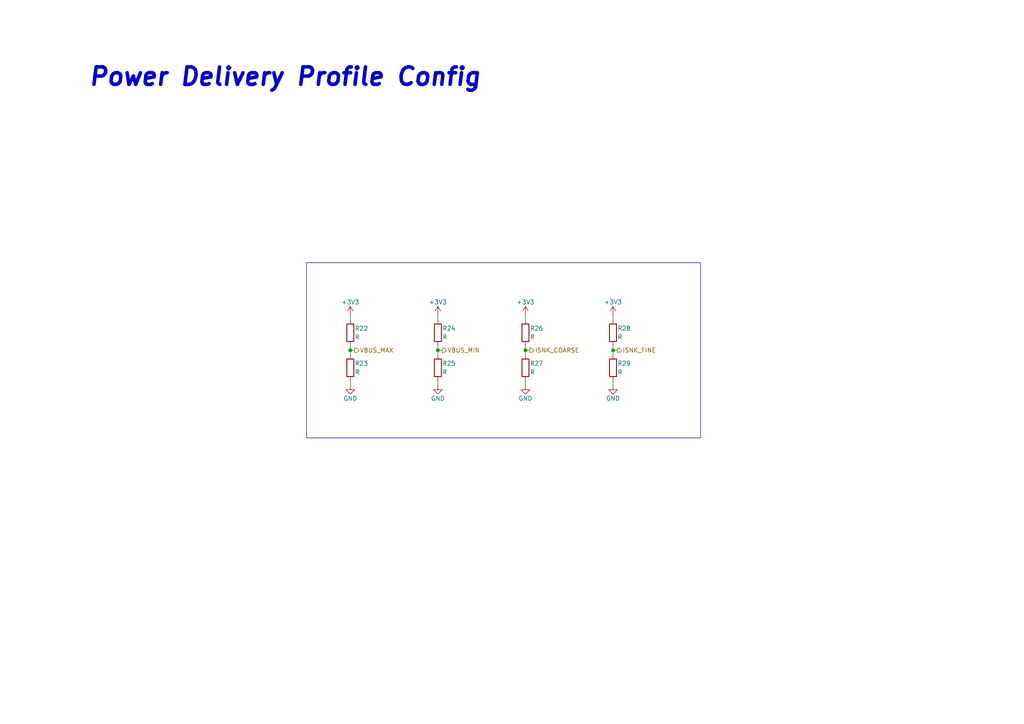
<source format=kicad_sch>
(kicad_sch (version 20230121) (generator eeschema)
  (paper "A4")
  (title_block (title "USBC-PowerSwitcher") (date "2023-08-26") (rev "R0") (company "s-grundner"))
  (lib_symbols
    (symbol "Device:R" (pin_numbers hide) (pin_names (offset 0))
      (property "Reference" "R" (at 2.032 0 90))
      (property "Value" "R" (at 0 0 90))
      (symbol "R_0_1"
        (rectangle (start -1.016 -2.54) (end 1.016 2.54) (stroke (width 0.254)))
      )
      (symbol "R_1_1"
        (pin passive line (at 0 3.81 270) (length 1.27) (name "~") (number "1"))
        (pin passive line (at 0 -3.81 90) (length 1.27) (name "~") (number "2"))
      )
    )
    (symbol "power:+3V3" (power) (pin_names (offset 0))
      (property "Value" "+3V3" (at 0 3.556 0))
      (symbol "+3V3_0_1"
        (polyline (pts (xy -0.762 1.27) (xy 0 2.54)))
        (polyline (pts (xy 0 0) (xy 0 2.54)))
        (polyline (pts (xy 0 2.54) (xy 0.762 1.27)))
      )
      (symbol "+3V3_1_1"
        (pin power_in line (at 0 0 90) (length 0) hide (name "+3V3") (number "1"))
      )
    )
    (symbol "power:GND" (power) (pin_names (offset 0))
      (property "Value" "GND" (at 0 -3.81 0))
      (symbol "GND_0_1"
        (polyline (pts (xy 0 0) (xy 0 -1.27) (xy 1.27 -1.27) (xy 0 -2.54) (xy -1.27 -1.27) (xy 0 -1.27)))
      )
      (symbol "GND_1_1"
        (pin power_in line (at 0 0 270) (length 0) hide (name "GND") (number "1"))
      )
    )
  )
  (junction (at 177.8 101.6))
  (junction (at 101.6 101.6))
  (junction (at 152.4 101.6))
  (junction (at 127 101.6))
  (wire (pts (xy 101.6 91.44) (xy 101.6 92.71)))
  (wire (pts (xy 127 91.44) (xy 127 92.71)))
  (wire (pts (xy 152.4 101.6) (xy 152.4 102.87)))
  (wire (pts (xy 152.4 100.33) (xy 152.4 101.6)))
  (wire (pts (xy 177.8 91.44) (xy 177.8 92.71)))
  (wire (pts (xy 152.4 111.76) (xy 152.4 110.49)))
  (wire (pts (xy 177.8 101.6) (xy 179.07 101.6)))
  (wire (pts (xy 127 100.33) (xy 127 101.6)))
  (wire (pts (xy 101.6 101.6) (xy 101.6 102.87)))
  (wire (pts (xy 127 101.6) (xy 128.27 101.6)))
  (wire (pts (xy 101.6 111.76) (xy 101.6 110.49)))
  (wire (pts (xy 101.6 101.6) (xy 102.87 101.6)))
  (wire (pts (xy 177.8 111.76) (xy 177.8 110.49)))
  (wire (pts (xy 152.4 91.44) (xy 152.4 92.71)))
  (wire (pts (xy 152.4 101.6) (xy 153.67 101.6)))
  (wire (pts (xy 177.8 101.6) (xy 177.8 102.87)))
  (wire (pts (xy 127 101.6) (xy 127 102.87)))
  (wire (pts (xy 177.8 100.33) (xy 177.8 101.6)))
  (wire (pts (xy 101.6 100.33) (xy 101.6 101.6)))
  (wire (pts (xy 127 111.76) (xy 127 110.49)))
  (rectangle (start 88.9 76.2) (end 203.2 127))
  (text "Power Delivery Profile Config" (at 25.4 25.4 0) (effects (font (size 5.08 5.08) (thickness 1.016) bold italic) (justify left bottom)))
  (hierarchical_label "ISNK_COARSE" (shape output) (at 153.67 101.6 0))
  (hierarchical_label "ISNK_FINE" (shape output) (at 179.07 101.6 0))
  (hierarchical_label "VBUS_MAX" (shape output) (at 102.87 101.6 0))
  (hierarchical_label "VBUS_MIN" (shape output) (at 128.27 101.6 0))
  (symbol (lib_id "Device:R") (at 177.8 96.52 0) (unit 1)
    (property "Reference" "R28" (at 179.07 95.25 0) (effects (justify left)))
    (property "Value" "R" (at 179.07 97.79 0) (effects (justify left)))
  )
  (symbol (lib_id "Device:R") (at 152.4 96.52 0) (unit 1)
    (property "Reference" "R26" (at 153.67 95.25 0) (effects (justify left)))
    (property "Value" "R" (at 153.67 97.79 0) (effects (justify left)))
  )
  (symbol (lib_id "Device:R") (at 127 106.68 0) (unit 1)
    (property "Reference" "R25" (at 128.27 105.41 0) (effects (justify left)))
    (property "Value" "R" (at 128.27 107.95 0) (effects (justify left)))
  )
  (symbol (lib_id "Device:R") (at 101.6 106.68 0) (unit 1)
    (property "Reference" "R23" (at 102.87 105.41 0) (effects (justify left)))
    (property "Value" "R" (at 102.87 107.95 0) (effects (justify left)))
  )
  (symbol (lib_id "Device:R") (at 177.8 106.68 0) (unit 1)
    (property "Reference" "R29" (at 179.07 105.41 0) (effects (justify left)))
    (property "Value" "R" (at 179.07 107.95 0) (effects (justify left)))
  )
  (symbol (lib_id "Device:R") (at 101.6 96.52 0) (unit 1)
    (property "Reference" "R22" (at 102.87 95.25 0) (effects (justify left)))
    (property "Value" "R" (at 102.87 97.79 0) (effects (justify left)))
  )
  (symbol (lib_id "power:+3V3") (at 152.4 91.44 0) (unit 1)
    (property "Reference" "#PWR054" (effects hide))
    (property "Value" "+3V3" (at 152.4 87.63 0))
  )
  (symbol (lib_id "power:+3V3") (at 127 91.44 0) (unit 1)
    (property "Reference" "#PWR052" (effects hide))
    (property "Value" "+3V3" (at 127 87.63 0))
  )
  (symbol (lib_id "power:+3V3") (at 177.8 91.44 0) (unit 1)
    (property "Reference" "#PWR056" (effects hide))
    (property "Value" "+3V3" (at 177.8 87.63 0))
  )
  (symbol (lib_id "power:GND") (at 177.8 111.76 0) (unit 1)
    (property "Reference" "#PWR057" (effects hide))
    (property "Value" "GND" (at 177.8 115.57 0))
  )
  (symbol (lib_id "power:GND") (at 152.4 111.76 0) (unit 1)
    (property "Reference" "#PWR055" (effects hide))
    (property "Value" "GND" (at 152.4 115.57 0))
  )
  (symbol (lib_id "power:+3V3") (at 101.6 91.44 0) (unit 1)
    (property "Reference" "#PWR050" (effects hide))
    (property "Value" "+3V3" (at 101.6 87.63 0))
  )
  (symbol (lib_id "Device:R") (at 127 96.52 0) (unit 1)
    (property "Reference" "R24" (at 128.27 95.25 0) (effects (justify left)))
    (property "Value" "R" (at 128.27 97.79 0) (effects (justify left)))
  )
  (symbol (lib_id "power:GND") (at 127 111.76 0) (unit 1)
    (property "Reference" "#PWR053" (effects hide))
    (property "Value" "GND" (at 127 115.57 0))
  )
  (symbol (lib_id "power:GND") (at 101.6 111.76 0) (unit 1)
    (property "Reference" "#PWR051" (effects hide))
    (property "Value" "GND" (at 101.6 115.57 0))
  )
  (symbol (lib_id "Device:R") (at 152.4 106.68 0) (unit 1)
    (property "Reference" "R27" (at 153.67 105.41 0) (effects (justify left)))
    (property "Value" "R" (at 153.67 107.95 0) (effects (justify left)))
  )
)
</source>
